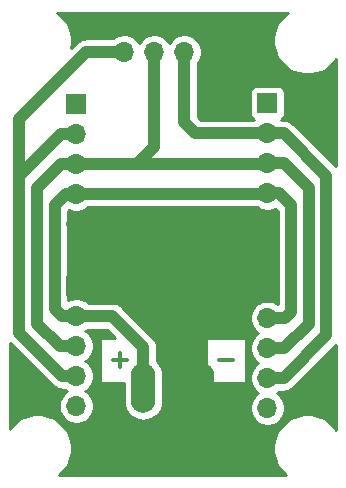
<source format=gbl>
G04 #@! TF.GenerationSoftware,KiCad,Pcbnew,(5.1.9)-1*
G04 #@! TF.CreationDate,2021-04-08T22:29:13+02:00*
G04 #@! TF.ProjectId,MotorPCBZonderLevelShifter,4d6f746f-7250-4434-925a-6f6e6465724c,rev?*
G04 #@! TF.SameCoordinates,Original*
G04 #@! TF.FileFunction,Copper,L2,Bot*
G04 #@! TF.FilePolarity,Positive*
%FSLAX46Y46*%
G04 Gerber Fmt 4.6, Leading zero omitted, Abs format (unit mm)*
G04 Created by KiCad (PCBNEW (5.1.9)-1) date 2021-04-08 22:29:13*
%MOMM*%
%LPD*%
G01*
G04 APERTURE LIST*
G04 #@! TA.AperFunction,NonConductor*
%ADD10C,0.300000*%
G04 #@! TD*
G04 #@! TA.AperFunction,ComponentPad*
%ADD11R,1.700000X1.700000*%
G04 #@! TD*
G04 #@! TA.AperFunction,ComponentPad*
%ADD12O,1.700000X1.700000*%
G04 #@! TD*
G04 #@! TA.AperFunction,ComponentPad*
%ADD13O,2.098040X4.198620*%
G04 #@! TD*
G04 #@! TA.AperFunction,ViaPad*
%ADD14C,0.800000*%
G04 #@! TD*
G04 #@! TA.AperFunction,Conductor*
%ADD15C,0.250000*%
G04 #@! TD*
G04 #@! TA.AperFunction,Conductor*
%ADD16C,0.406400*%
G04 #@! TD*
G04 #@! TA.AperFunction,Conductor*
%ADD17C,1.016000*%
G04 #@! TD*
G04 #@! TA.AperFunction,Conductor*
%ADD18C,0.254000*%
G04 #@! TD*
G04 #@! TA.AperFunction,Conductor*
%ADD19C,0.100000*%
G04 #@! TD*
G04 APERTURE END LIST*
D10*
X146071428Y-92607142D02*
X144928571Y-92607142D01*
X137071428Y-92607142D02*
X135928571Y-92607142D01*
X136500000Y-93178571D02*
X136500000Y-92035714D01*
D11*
X132825001Y-86325001D03*
D12*
X132825001Y-88865001D03*
X132825001Y-91405001D03*
X132825001Y-93945001D03*
X132825001Y-96485001D03*
X132800000Y-81075000D03*
X132800000Y-78535000D03*
X132800000Y-75995000D03*
X132800000Y-73455000D03*
D11*
X132800000Y-70915000D03*
X149000000Y-70840000D03*
D12*
X149000000Y-73380000D03*
X149000000Y-75920000D03*
X149000000Y-78460000D03*
X149000000Y-81000000D03*
X149000000Y-96660000D03*
X149000000Y-94120000D03*
X149000000Y-91580000D03*
X149000000Y-89040000D03*
D11*
X149000000Y-86500000D03*
X144500000Y-66500000D03*
D12*
X141960000Y-66500000D03*
X139420000Y-66500000D03*
X136880000Y-66500000D03*
D13*
X138500640Y-95000000D03*
X143499360Y-95000000D03*
D14*
X144780000Y-71120000D03*
X140716000Y-81280000D03*
X140716000Y-86360000D03*
D15*
X133000000Y-86150002D02*
X132825001Y-86325001D01*
D16*
X132800000Y-86300000D02*
X132825001Y-86325001D01*
X148925000Y-81075000D02*
X149000000Y-81000000D01*
D17*
X140681001Y-86325001D02*
X140716000Y-86360000D01*
X132825001Y-86325001D02*
X140681001Y-86325001D01*
X148860000Y-86360000D02*
X149000000Y-86500000D01*
X140716000Y-86360000D02*
X148860000Y-86360000D01*
X143499360Y-89143360D02*
X140716000Y-86360000D01*
X143499360Y-95000000D02*
X143499360Y-89143360D01*
X140716000Y-86360000D02*
X140716000Y-81280000D01*
X133005000Y-81280000D02*
X132800000Y-81075000D01*
X140716000Y-81280000D02*
X133005000Y-81280000D01*
X148720000Y-81280000D02*
X149000000Y-81000000D01*
X140716000Y-81280000D02*
X148720000Y-81280000D01*
X144780000Y-66780000D02*
X144500000Y-66500000D01*
X144780000Y-71120000D02*
X144780000Y-66780000D01*
D16*
X148925000Y-78535000D02*
X149000000Y-78460000D01*
D17*
X132800000Y-78535000D02*
X148925000Y-78535000D01*
X132825001Y-88865001D02*
X135865001Y-88865001D01*
X138500640Y-91500640D02*
X138500640Y-95000000D01*
X135865001Y-88865001D02*
X138500640Y-91500640D01*
X149960000Y-78460000D02*
X149000000Y-78460000D01*
X151000000Y-79500000D02*
X149960000Y-78460000D01*
X151000000Y-88500000D02*
X151000000Y-79500000D01*
X150460000Y-89040000D02*
X151000000Y-88500000D01*
X149000000Y-89040000D02*
X150460000Y-89040000D01*
X132800000Y-78535000D02*
X131965000Y-78535000D01*
X131965000Y-78535000D02*
X131000000Y-79500000D01*
X131622920Y-88865001D02*
X132825001Y-88865001D01*
X131000000Y-88242081D02*
X131622920Y-88865001D01*
X131000000Y-79500000D02*
X131000000Y-88242081D01*
D16*
X148925000Y-75995000D02*
X149000000Y-75920000D01*
D17*
X139420000Y-74570000D02*
X137995000Y-75995000D01*
X139420000Y-66500000D02*
X139420000Y-74570000D01*
X137995000Y-75995000D02*
X148925000Y-75995000D01*
X132800000Y-75995000D02*
X137995000Y-75995000D01*
X152500000Y-89500000D02*
X152500000Y-78000000D01*
X150420000Y-75920000D02*
X149000000Y-75920000D01*
X150420000Y-91580000D02*
X152500000Y-89500000D01*
X152500000Y-78000000D02*
X150420000Y-75920000D01*
X149000000Y-91580000D02*
X150420000Y-91580000D01*
X131505000Y-75995000D02*
X132800000Y-75995000D01*
X129500000Y-78000000D02*
X131505000Y-75995000D01*
X129500000Y-89500000D02*
X129500000Y-78000000D01*
X131405001Y-91405001D02*
X129500000Y-89500000D01*
X132825001Y-91405001D02*
X131405001Y-91405001D01*
X128000000Y-90322081D02*
X131622920Y-93945001D01*
X128000000Y-77000000D02*
X128000000Y-90322081D01*
X131545000Y-73455000D02*
X128000000Y-77000000D01*
X131622920Y-93945001D02*
X132825001Y-93945001D01*
X132800000Y-73455000D02*
X131545000Y-73455000D01*
X133652000Y-66500000D02*
X128000000Y-72152000D01*
X128000000Y-72152000D02*
X128000000Y-77000000D01*
X136880000Y-66500000D02*
X133652000Y-66500000D01*
X141960000Y-66500000D02*
X141960000Y-72460000D01*
X142880000Y-73380000D02*
X149000000Y-73380000D01*
X141960000Y-72460000D02*
X142880000Y-73380000D01*
X150380000Y-73380000D02*
X149000000Y-73380000D01*
X154000000Y-77000000D02*
X150380000Y-73380000D01*
X154000000Y-90500000D02*
X154000000Y-77000000D01*
X150380000Y-94120000D02*
X154000000Y-90500000D01*
X149000000Y-94120000D02*
X150380000Y-94120000D01*
D18*
X148296589Y-79775990D02*
X148566842Y-79887932D01*
X148853740Y-79945000D01*
X149146260Y-79945000D01*
X149433158Y-79887932D01*
X149672393Y-79788838D01*
X149857001Y-79973447D01*
X149857000Y-87826635D01*
X149703411Y-87724010D01*
X149433158Y-87612068D01*
X149146260Y-87555000D01*
X148853740Y-87555000D01*
X148566842Y-87612068D01*
X148296589Y-87724010D01*
X148053368Y-87886525D01*
X147846525Y-88093368D01*
X147684010Y-88336589D01*
X147572068Y-88606842D01*
X147515000Y-88893740D01*
X147515000Y-89186260D01*
X147572068Y-89473158D01*
X147684010Y-89743411D01*
X147846525Y-89986632D01*
X148053368Y-90193475D01*
X148227760Y-90310000D01*
X148053368Y-90426525D01*
X147846525Y-90633368D01*
X147684010Y-90876589D01*
X147572068Y-91146842D01*
X147515000Y-91433740D01*
X147515000Y-91726260D01*
X147572068Y-92013158D01*
X147684010Y-92283411D01*
X147846525Y-92526632D01*
X148053368Y-92733475D01*
X148227760Y-92850000D01*
X148053368Y-92966525D01*
X147846525Y-93173368D01*
X147684010Y-93416589D01*
X147572068Y-93686842D01*
X147515000Y-93973740D01*
X147515000Y-94266260D01*
X147572068Y-94553158D01*
X147684010Y-94823411D01*
X147846525Y-95066632D01*
X148053368Y-95273475D01*
X148227760Y-95390000D01*
X148053368Y-95506525D01*
X147846525Y-95713368D01*
X147684010Y-95956589D01*
X147572068Y-96226842D01*
X147515000Y-96513740D01*
X147515000Y-96806260D01*
X147572068Y-97093158D01*
X147684010Y-97363411D01*
X147846525Y-97606632D01*
X148053368Y-97813475D01*
X148296589Y-97975990D01*
X148566842Y-98087932D01*
X148853740Y-98145000D01*
X149146260Y-98145000D01*
X149433158Y-98087932D01*
X149703411Y-97975990D01*
X149946632Y-97813475D01*
X150153475Y-97606632D01*
X150315990Y-97363411D01*
X150427932Y-97093158D01*
X150485000Y-96806260D01*
X150485000Y-96513740D01*
X150427932Y-96226842D01*
X150315990Y-95956589D01*
X150153475Y-95713368D01*
X149946632Y-95506525D01*
X149772240Y-95390000D01*
X149946632Y-95273475D01*
X149957107Y-95263000D01*
X150323861Y-95263000D01*
X150380000Y-95268529D01*
X150436139Y-95263000D01*
X150436146Y-95263000D01*
X150604067Y-95246461D01*
X150819523Y-95181103D01*
X151018089Y-95074968D01*
X151192133Y-94932133D01*
X151227927Y-94888518D01*
X154768524Y-91347922D01*
X154812133Y-91312133D01*
X154815001Y-91308639D01*
X154815001Y-98497441D01*
X154640926Y-98236920D01*
X154239080Y-97835074D01*
X153766560Y-97519346D01*
X153241523Y-97301869D01*
X152684148Y-97191000D01*
X152115852Y-97191000D01*
X151558477Y-97301869D01*
X151033440Y-97519346D01*
X150560920Y-97835074D01*
X150159074Y-98236920D01*
X149843346Y-98709440D01*
X149625869Y-99234477D01*
X149515000Y-99791852D01*
X149515000Y-100360148D01*
X149625869Y-100917523D01*
X149843346Y-101442560D01*
X150159074Y-101915080D01*
X150558994Y-102315000D01*
X131381006Y-102315000D01*
X131780926Y-101915080D01*
X132096654Y-101442560D01*
X132314131Y-100917523D01*
X132425000Y-100360148D01*
X132425000Y-99791852D01*
X132314131Y-99234477D01*
X132096654Y-98709440D01*
X131780926Y-98236920D01*
X131379080Y-97835074D01*
X130906560Y-97519346D01*
X130381523Y-97301869D01*
X129824148Y-97191000D01*
X129255852Y-97191000D01*
X128698477Y-97301869D01*
X128173440Y-97519346D01*
X127700920Y-97835074D01*
X127299074Y-98236920D01*
X127185000Y-98407644D01*
X127185000Y-91130719D01*
X127187868Y-91134214D01*
X127231478Y-91170004D01*
X130774997Y-94713524D01*
X130810787Y-94757134D01*
X130984831Y-94899969D01*
X131111967Y-94967924D01*
X131183396Y-95006104D01*
X131398852Y-95071462D01*
X131419437Y-95073489D01*
X131566774Y-95088001D01*
X131566781Y-95088001D01*
X131622920Y-95093530D01*
X131679059Y-95088001D01*
X131867894Y-95088001D01*
X131878369Y-95098476D01*
X132052761Y-95215001D01*
X131878369Y-95331526D01*
X131671526Y-95538369D01*
X131509011Y-95781590D01*
X131397069Y-96051843D01*
X131340001Y-96338741D01*
X131340001Y-96631261D01*
X131397069Y-96918159D01*
X131509011Y-97188412D01*
X131671526Y-97431633D01*
X131878369Y-97638476D01*
X132121590Y-97800991D01*
X132391843Y-97912933D01*
X132678741Y-97970001D01*
X132971261Y-97970001D01*
X133258159Y-97912933D01*
X133528412Y-97800991D01*
X133771633Y-97638476D01*
X133978476Y-97431633D01*
X134140991Y-97188412D01*
X134252933Y-96918159D01*
X134310001Y-96631261D01*
X134310001Y-96338741D01*
X134252933Y-96051843D01*
X134140991Y-95781590D01*
X133978476Y-95538369D01*
X133771633Y-95331526D01*
X133597241Y-95215001D01*
X133771633Y-95098476D01*
X133978476Y-94891633D01*
X134140991Y-94648412D01*
X134252933Y-94378159D01*
X134310001Y-94091261D01*
X134310001Y-93798741D01*
X134252933Y-93511843D01*
X134140991Y-93241590D01*
X133978476Y-92998369D01*
X133771633Y-92791526D01*
X133597241Y-92675001D01*
X133771633Y-92558476D01*
X133978476Y-92351633D01*
X134140991Y-92108412D01*
X134252933Y-91838159D01*
X134310001Y-91551261D01*
X134310001Y-91258741D01*
X134252933Y-90971843D01*
X134140991Y-90701590D01*
X133978476Y-90458369D01*
X133771633Y-90251526D01*
X133597241Y-90135001D01*
X133771633Y-90018476D01*
X133782108Y-90008001D01*
X135391556Y-90008001D01*
X136093555Y-90710000D01*
X134786429Y-90710000D01*
X134786429Y-94530000D01*
X136816621Y-94530000D01*
X136816620Y-96133016D01*
X136840987Y-96380415D01*
X136937281Y-96697854D01*
X137093654Y-96990407D01*
X137304097Y-97246833D01*
X137560522Y-97457276D01*
X137853075Y-97613649D01*
X138170514Y-97709943D01*
X138500640Y-97742458D01*
X138830765Y-97709943D01*
X139148204Y-97613649D01*
X139440757Y-97457276D01*
X139697183Y-97246833D01*
X139907626Y-96990408D01*
X140063999Y-96697855D01*
X140160293Y-96380416D01*
X140184660Y-96133017D01*
X140184660Y-93866983D01*
X140160293Y-93619584D01*
X140063999Y-93302145D01*
X139907626Y-93009592D01*
X139697183Y-92753167D01*
X139643640Y-92709225D01*
X139643640Y-91556778D01*
X139649169Y-91500639D01*
X139643640Y-91444500D01*
X139643640Y-91444494D01*
X139627101Y-91276573D01*
X139561743Y-91061117D01*
X139455608Y-90862551D01*
X139330412Y-90710000D01*
X143786429Y-90710000D01*
X143786429Y-94530000D01*
X147213572Y-94530000D01*
X147213572Y-90710000D01*
X143786429Y-90710000D01*
X139330412Y-90710000D01*
X139312773Y-90688507D01*
X139269164Y-90652718D01*
X136712928Y-88096483D01*
X136677134Y-88052868D01*
X136503090Y-87910033D01*
X136304524Y-87803898D01*
X136089068Y-87738540D01*
X135921147Y-87722001D01*
X135921140Y-87722001D01*
X135865001Y-87716472D01*
X135808862Y-87722001D01*
X133782108Y-87722001D01*
X133771633Y-87711526D01*
X133528412Y-87549011D01*
X133258159Y-87437069D01*
X132971261Y-87380001D01*
X132678741Y-87380001D01*
X132391843Y-87437069D01*
X132143000Y-87540143D01*
X132143000Y-79973445D01*
X132215996Y-79900450D01*
X132366842Y-79962932D01*
X132653740Y-80020000D01*
X132946260Y-80020000D01*
X133233158Y-79962932D01*
X133503411Y-79850990D01*
X133746632Y-79688475D01*
X133757107Y-79678000D01*
X148149937Y-79678000D01*
X148296589Y-79775990D01*
G04 #@! TA.AperFunction,Conductor*
D19*
G36*
X148296589Y-79775990D02*
G01*
X148566842Y-79887932D01*
X148853740Y-79945000D01*
X149146260Y-79945000D01*
X149433158Y-79887932D01*
X149672393Y-79788838D01*
X149857001Y-79973447D01*
X149857000Y-87826635D01*
X149703411Y-87724010D01*
X149433158Y-87612068D01*
X149146260Y-87555000D01*
X148853740Y-87555000D01*
X148566842Y-87612068D01*
X148296589Y-87724010D01*
X148053368Y-87886525D01*
X147846525Y-88093368D01*
X147684010Y-88336589D01*
X147572068Y-88606842D01*
X147515000Y-88893740D01*
X147515000Y-89186260D01*
X147572068Y-89473158D01*
X147684010Y-89743411D01*
X147846525Y-89986632D01*
X148053368Y-90193475D01*
X148227760Y-90310000D01*
X148053368Y-90426525D01*
X147846525Y-90633368D01*
X147684010Y-90876589D01*
X147572068Y-91146842D01*
X147515000Y-91433740D01*
X147515000Y-91726260D01*
X147572068Y-92013158D01*
X147684010Y-92283411D01*
X147846525Y-92526632D01*
X148053368Y-92733475D01*
X148227760Y-92850000D01*
X148053368Y-92966525D01*
X147846525Y-93173368D01*
X147684010Y-93416589D01*
X147572068Y-93686842D01*
X147515000Y-93973740D01*
X147515000Y-94266260D01*
X147572068Y-94553158D01*
X147684010Y-94823411D01*
X147846525Y-95066632D01*
X148053368Y-95273475D01*
X148227760Y-95390000D01*
X148053368Y-95506525D01*
X147846525Y-95713368D01*
X147684010Y-95956589D01*
X147572068Y-96226842D01*
X147515000Y-96513740D01*
X147515000Y-96806260D01*
X147572068Y-97093158D01*
X147684010Y-97363411D01*
X147846525Y-97606632D01*
X148053368Y-97813475D01*
X148296589Y-97975990D01*
X148566842Y-98087932D01*
X148853740Y-98145000D01*
X149146260Y-98145000D01*
X149433158Y-98087932D01*
X149703411Y-97975990D01*
X149946632Y-97813475D01*
X150153475Y-97606632D01*
X150315990Y-97363411D01*
X150427932Y-97093158D01*
X150485000Y-96806260D01*
X150485000Y-96513740D01*
X150427932Y-96226842D01*
X150315990Y-95956589D01*
X150153475Y-95713368D01*
X149946632Y-95506525D01*
X149772240Y-95390000D01*
X149946632Y-95273475D01*
X149957107Y-95263000D01*
X150323861Y-95263000D01*
X150380000Y-95268529D01*
X150436139Y-95263000D01*
X150436146Y-95263000D01*
X150604067Y-95246461D01*
X150819523Y-95181103D01*
X151018089Y-95074968D01*
X151192133Y-94932133D01*
X151227927Y-94888518D01*
X154768524Y-91347922D01*
X154812133Y-91312133D01*
X154815001Y-91308639D01*
X154815001Y-98497441D01*
X154640926Y-98236920D01*
X154239080Y-97835074D01*
X153766560Y-97519346D01*
X153241523Y-97301869D01*
X152684148Y-97191000D01*
X152115852Y-97191000D01*
X151558477Y-97301869D01*
X151033440Y-97519346D01*
X150560920Y-97835074D01*
X150159074Y-98236920D01*
X149843346Y-98709440D01*
X149625869Y-99234477D01*
X149515000Y-99791852D01*
X149515000Y-100360148D01*
X149625869Y-100917523D01*
X149843346Y-101442560D01*
X150159074Y-101915080D01*
X150558994Y-102315000D01*
X131381006Y-102315000D01*
X131780926Y-101915080D01*
X132096654Y-101442560D01*
X132314131Y-100917523D01*
X132425000Y-100360148D01*
X132425000Y-99791852D01*
X132314131Y-99234477D01*
X132096654Y-98709440D01*
X131780926Y-98236920D01*
X131379080Y-97835074D01*
X130906560Y-97519346D01*
X130381523Y-97301869D01*
X129824148Y-97191000D01*
X129255852Y-97191000D01*
X128698477Y-97301869D01*
X128173440Y-97519346D01*
X127700920Y-97835074D01*
X127299074Y-98236920D01*
X127185000Y-98407644D01*
X127185000Y-91130719D01*
X127187868Y-91134214D01*
X127231478Y-91170004D01*
X130774997Y-94713524D01*
X130810787Y-94757134D01*
X130984831Y-94899969D01*
X131111967Y-94967924D01*
X131183396Y-95006104D01*
X131398852Y-95071462D01*
X131419437Y-95073489D01*
X131566774Y-95088001D01*
X131566781Y-95088001D01*
X131622920Y-95093530D01*
X131679059Y-95088001D01*
X131867894Y-95088001D01*
X131878369Y-95098476D01*
X132052761Y-95215001D01*
X131878369Y-95331526D01*
X131671526Y-95538369D01*
X131509011Y-95781590D01*
X131397069Y-96051843D01*
X131340001Y-96338741D01*
X131340001Y-96631261D01*
X131397069Y-96918159D01*
X131509011Y-97188412D01*
X131671526Y-97431633D01*
X131878369Y-97638476D01*
X132121590Y-97800991D01*
X132391843Y-97912933D01*
X132678741Y-97970001D01*
X132971261Y-97970001D01*
X133258159Y-97912933D01*
X133528412Y-97800991D01*
X133771633Y-97638476D01*
X133978476Y-97431633D01*
X134140991Y-97188412D01*
X134252933Y-96918159D01*
X134310001Y-96631261D01*
X134310001Y-96338741D01*
X134252933Y-96051843D01*
X134140991Y-95781590D01*
X133978476Y-95538369D01*
X133771633Y-95331526D01*
X133597241Y-95215001D01*
X133771633Y-95098476D01*
X133978476Y-94891633D01*
X134140991Y-94648412D01*
X134252933Y-94378159D01*
X134310001Y-94091261D01*
X134310001Y-93798741D01*
X134252933Y-93511843D01*
X134140991Y-93241590D01*
X133978476Y-92998369D01*
X133771633Y-92791526D01*
X133597241Y-92675001D01*
X133771633Y-92558476D01*
X133978476Y-92351633D01*
X134140991Y-92108412D01*
X134252933Y-91838159D01*
X134310001Y-91551261D01*
X134310001Y-91258741D01*
X134252933Y-90971843D01*
X134140991Y-90701590D01*
X133978476Y-90458369D01*
X133771633Y-90251526D01*
X133597241Y-90135001D01*
X133771633Y-90018476D01*
X133782108Y-90008001D01*
X135391556Y-90008001D01*
X136093555Y-90710000D01*
X134786429Y-90710000D01*
X134786429Y-94530000D01*
X136816621Y-94530000D01*
X136816620Y-96133016D01*
X136840987Y-96380415D01*
X136937281Y-96697854D01*
X137093654Y-96990407D01*
X137304097Y-97246833D01*
X137560522Y-97457276D01*
X137853075Y-97613649D01*
X138170514Y-97709943D01*
X138500640Y-97742458D01*
X138830765Y-97709943D01*
X139148204Y-97613649D01*
X139440757Y-97457276D01*
X139697183Y-97246833D01*
X139907626Y-96990408D01*
X140063999Y-96697855D01*
X140160293Y-96380416D01*
X140184660Y-96133017D01*
X140184660Y-93866983D01*
X140160293Y-93619584D01*
X140063999Y-93302145D01*
X139907626Y-93009592D01*
X139697183Y-92753167D01*
X139643640Y-92709225D01*
X139643640Y-91556778D01*
X139649169Y-91500639D01*
X139643640Y-91444500D01*
X139643640Y-91444494D01*
X139627101Y-91276573D01*
X139561743Y-91061117D01*
X139455608Y-90862551D01*
X139330412Y-90710000D01*
X143786429Y-90710000D01*
X143786429Y-94530000D01*
X147213572Y-94530000D01*
X147213572Y-90710000D01*
X143786429Y-90710000D01*
X139330412Y-90710000D01*
X139312773Y-90688507D01*
X139269164Y-90652718D01*
X136712928Y-88096483D01*
X136677134Y-88052868D01*
X136503090Y-87910033D01*
X136304524Y-87803898D01*
X136089068Y-87738540D01*
X135921147Y-87722001D01*
X135921140Y-87722001D01*
X135865001Y-87716472D01*
X135808862Y-87722001D01*
X133782108Y-87722001D01*
X133771633Y-87711526D01*
X133528412Y-87549011D01*
X133258159Y-87437069D01*
X132971261Y-87380001D01*
X132678741Y-87380001D01*
X132391843Y-87437069D01*
X132143000Y-87540143D01*
X132143000Y-79973445D01*
X132215996Y-79900450D01*
X132366842Y-79962932D01*
X132653740Y-80020000D01*
X132946260Y-80020000D01*
X133233158Y-79962932D01*
X133503411Y-79850990D01*
X133746632Y-79688475D01*
X133757107Y-79678000D01*
X148149937Y-79678000D01*
X148296589Y-79775990D01*
G37*
G04 #@! TD.AperFunction*
D18*
X150560920Y-63291074D02*
X150159074Y-63692920D01*
X149843346Y-64165440D01*
X149625869Y-64690477D01*
X149515000Y-65247852D01*
X149515000Y-65816148D01*
X149625869Y-66373523D01*
X149843346Y-66898560D01*
X150159074Y-67371080D01*
X150560920Y-67772926D01*
X151033440Y-68088654D01*
X151558477Y-68306131D01*
X152115852Y-68417000D01*
X152684148Y-68417000D01*
X153241523Y-68306131D01*
X153766560Y-68088654D01*
X154239080Y-67772926D01*
X154640926Y-67371080D01*
X154815000Y-67110560D01*
X154815000Y-76191361D01*
X154812133Y-76187867D01*
X154768523Y-76152077D01*
X151227927Y-72611482D01*
X151192133Y-72567867D01*
X151018089Y-72425032D01*
X150819523Y-72318897D01*
X150604067Y-72253539D01*
X150436146Y-72237000D01*
X150436139Y-72237000D01*
X150380000Y-72231471D01*
X150323861Y-72237000D01*
X150173694Y-72237000D01*
X150204494Y-72220537D01*
X150301185Y-72141185D01*
X150380537Y-72044494D01*
X150439502Y-71934180D01*
X150475812Y-71814482D01*
X150488072Y-71690000D01*
X150488072Y-69990000D01*
X150475812Y-69865518D01*
X150439502Y-69745820D01*
X150380537Y-69635506D01*
X150301185Y-69538815D01*
X150204494Y-69459463D01*
X150094180Y-69400498D01*
X149974482Y-69364188D01*
X149850000Y-69351928D01*
X148150000Y-69351928D01*
X148025518Y-69364188D01*
X147905820Y-69400498D01*
X147795506Y-69459463D01*
X147698815Y-69538815D01*
X147619463Y-69635506D01*
X147560498Y-69745820D01*
X147524188Y-69865518D01*
X147511928Y-69990000D01*
X147511928Y-71690000D01*
X147524188Y-71814482D01*
X147560498Y-71934180D01*
X147619463Y-72044494D01*
X147698815Y-72141185D01*
X147795506Y-72220537D01*
X147826306Y-72237000D01*
X143353446Y-72237000D01*
X143103000Y-71986555D01*
X143103000Y-67457107D01*
X143113475Y-67446632D01*
X143275990Y-67203411D01*
X143387932Y-66933158D01*
X143445000Y-66646260D01*
X143445000Y-66353740D01*
X143387932Y-66066842D01*
X143275990Y-65796589D01*
X143113475Y-65553368D01*
X142906632Y-65346525D01*
X142663411Y-65184010D01*
X142393158Y-65072068D01*
X142106260Y-65015000D01*
X141813740Y-65015000D01*
X141526842Y-65072068D01*
X141256589Y-65184010D01*
X141013368Y-65346525D01*
X140806525Y-65553368D01*
X140690000Y-65727760D01*
X140573475Y-65553368D01*
X140366632Y-65346525D01*
X140123411Y-65184010D01*
X139853158Y-65072068D01*
X139566260Y-65015000D01*
X139273740Y-65015000D01*
X138986842Y-65072068D01*
X138716589Y-65184010D01*
X138473368Y-65346525D01*
X138266525Y-65553368D01*
X138150000Y-65727760D01*
X138033475Y-65553368D01*
X137826632Y-65346525D01*
X137583411Y-65184010D01*
X137313158Y-65072068D01*
X137026260Y-65015000D01*
X136733740Y-65015000D01*
X136446842Y-65072068D01*
X136176589Y-65184010D01*
X135933368Y-65346525D01*
X135922893Y-65357000D01*
X133708138Y-65357000D01*
X133651999Y-65351471D01*
X133595860Y-65357000D01*
X133595854Y-65357000D01*
X133450600Y-65371306D01*
X133427932Y-65373539D01*
X133362574Y-65393365D01*
X133212477Y-65438897D01*
X133013911Y-65545032D01*
X132839867Y-65687867D01*
X132804077Y-65731477D01*
X132351898Y-66183656D01*
X132425000Y-65816148D01*
X132425000Y-65247852D01*
X132314131Y-64690477D01*
X132096654Y-64165440D01*
X131780926Y-63692920D01*
X131379080Y-63291074D01*
X131220329Y-63185000D01*
X150719671Y-63185000D01*
X150560920Y-63291074D01*
G04 #@! TA.AperFunction,Conductor*
D19*
G36*
X150560920Y-63291074D02*
G01*
X150159074Y-63692920D01*
X149843346Y-64165440D01*
X149625869Y-64690477D01*
X149515000Y-65247852D01*
X149515000Y-65816148D01*
X149625869Y-66373523D01*
X149843346Y-66898560D01*
X150159074Y-67371080D01*
X150560920Y-67772926D01*
X151033440Y-68088654D01*
X151558477Y-68306131D01*
X152115852Y-68417000D01*
X152684148Y-68417000D01*
X153241523Y-68306131D01*
X153766560Y-68088654D01*
X154239080Y-67772926D01*
X154640926Y-67371080D01*
X154815000Y-67110560D01*
X154815000Y-76191361D01*
X154812133Y-76187867D01*
X154768523Y-76152077D01*
X151227927Y-72611482D01*
X151192133Y-72567867D01*
X151018089Y-72425032D01*
X150819523Y-72318897D01*
X150604067Y-72253539D01*
X150436146Y-72237000D01*
X150436139Y-72237000D01*
X150380000Y-72231471D01*
X150323861Y-72237000D01*
X150173694Y-72237000D01*
X150204494Y-72220537D01*
X150301185Y-72141185D01*
X150380537Y-72044494D01*
X150439502Y-71934180D01*
X150475812Y-71814482D01*
X150488072Y-71690000D01*
X150488072Y-69990000D01*
X150475812Y-69865518D01*
X150439502Y-69745820D01*
X150380537Y-69635506D01*
X150301185Y-69538815D01*
X150204494Y-69459463D01*
X150094180Y-69400498D01*
X149974482Y-69364188D01*
X149850000Y-69351928D01*
X148150000Y-69351928D01*
X148025518Y-69364188D01*
X147905820Y-69400498D01*
X147795506Y-69459463D01*
X147698815Y-69538815D01*
X147619463Y-69635506D01*
X147560498Y-69745820D01*
X147524188Y-69865518D01*
X147511928Y-69990000D01*
X147511928Y-71690000D01*
X147524188Y-71814482D01*
X147560498Y-71934180D01*
X147619463Y-72044494D01*
X147698815Y-72141185D01*
X147795506Y-72220537D01*
X147826306Y-72237000D01*
X143353446Y-72237000D01*
X143103000Y-71986555D01*
X143103000Y-67457107D01*
X143113475Y-67446632D01*
X143275990Y-67203411D01*
X143387932Y-66933158D01*
X143445000Y-66646260D01*
X143445000Y-66353740D01*
X143387932Y-66066842D01*
X143275990Y-65796589D01*
X143113475Y-65553368D01*
X142906632Y-65346525D01*
X142663411Y-65184010D01*
X142393158Y-65072068D01*
X142106260Y-65015000D01*
X141813740Y-65015000D01*
X141526842Y-65072068D01*
X141256589Y-65184010D01*
X141013368Y-65346525D01*
X140806525Y-65553368D01*
X140690000Y-65727760D01*
X140573475Y-65553368D01*
X140366632Y-65346525D01*
X140123411Y-65184010D01*
X139853158Y-65072068D01*
X139566260Y-65015000D01*
X139273740Y-65015000D01*
X138986842Y-65072068D01*
X138716589Y-65184010D01*
X138473368Y-65346525D01*
X138266525Y-65553368D01*
X138150000Y-65727760D01*
X138033475Y-65553368D01*
X137826632Y-65346525D01*
X137583411Y-65184010D01*
X137313158Y-65072068D01*
X137026260Y-65015000D01*
X136733740Y-65015000D01*
X136446842Y-65072068D01*
X136176589Y-65184010D01*
X135933368Y-65346525D01*
X135922893Y-65357000D01*
X133708138Y-65357000D01*
X133651999Y-65351471D01*
X133595860Y-65357000D01*
X133595854Y-65357000D01*
X133450600Y-65371306D01*
X133427932Y-65373539D01*
X133362574Y-65393365D01*
X133212477Y-65438897D01*
X133013911Y-65545032D01*
X132839867Y-65687867D01*
X132804077Y-65731477D01*
X132351898Y-66183656D01*
X132425000Y-65816148D01*
X132425000Y-65247852D01*
X132314131Y-64690477D01*
X132096654Y-64165440D01*
X131780926Y-63692920D01*
X131379080Y-63291074D01*
X131220329Y-63185000D01*
X150719671Y-63185000D01*
X150560920Y-63291074D01*
G37*
G04 #@! TD.AperFunction*
M02*

</source>
